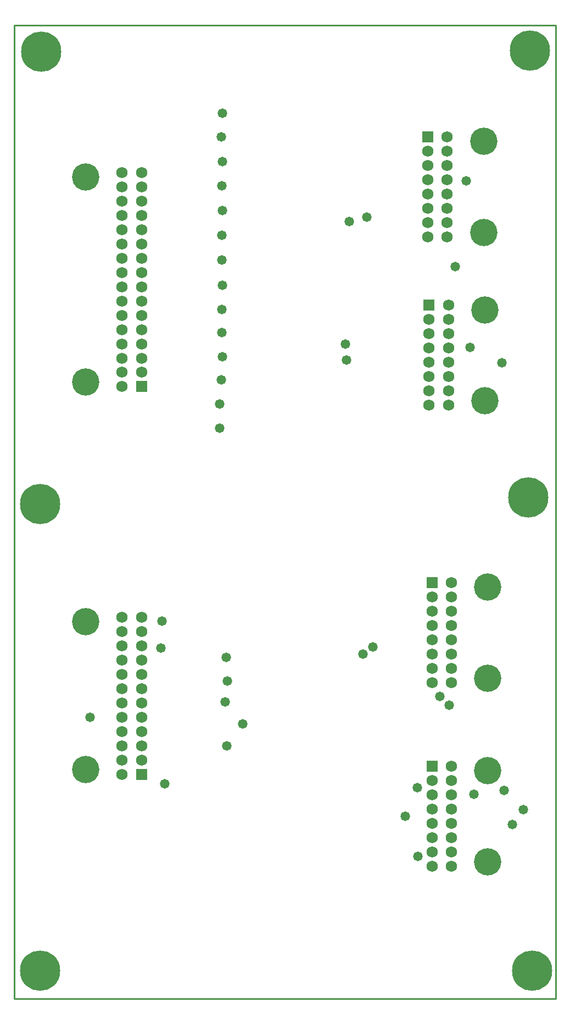
<source format=gbs>
G04 Layer_Color=16711935*
%FSLAX25Y25*%
%MOIN*%
G70*
G01*
G75*
%ADD12C,0.01000*%
%ADD20C,0.16548*%
%ADD21C,0.06800*%
%ADD22R,0.06800X0.06800*%
%ADD23C,0.24422*%
%ADD24C,0.05800*%
D12*
X525400Y787000D02*
X525500Y786900D01*
X196800Y787000D02*
X525400D01*
X525500Y196600D02*
Y786900D01*
X196800Y196500D02*
X525400D01*
X525500Y196600D01*
X196800Y196500D02*
Y787000D01*
D20*
X240158Y694882D02*
D03*
Y570472D02*
D03*
Y425197D02*
D03*
Y335433D02*
D03*
X484085Y446100D02*
D03*
Y390982D02*
D03*
Y334800D02*
D03*
Y279682D02*
D03*
X482385Y614300D02*
D03*
Y559182D02*
D03*
X481585Y716400D02*
D03*
Y661282D02*
D03*
D21*
X262205Y567717D02*
D03*
Y576378D02*
D03*
Y585039D02*
D03*
Y593701D02*
D03*
Y602362D02*
D03*
Y611024D02*
D03*
Y619685D02*
D03*
Y628346D02*
D03*
Y637008D02*
D03*
Y645669D02*
D03*
Y654331D02*
D03*
Y662992D02*
D03*
Y671654D02*
D03*
Y680315D02*
D03*
Y688976D02*
D03*
Y697638D02*
D03*
X274016D02*
D03*
Y688976D02*
D03*
Y680315D02*
D03*
Y671654D02*
D03*
Y662992D02*
D03*
Y654331D02*
D03*
Y645669D02*
D03*
Y637008D02*
D03*
Y628346D02*
D03*
Y619685D02*
D03*
Y611024D02*
D03*
Y602362D02*
D03*
Y593701D02*
D03*
Y585039D02*
D03*
Y576378D02*
D03*
Y341339D02*
D03*
Y350000D02*
D03*
Y358661D02*
D03*
Y367323D02*
D03*
Y375984D02*
D03*
Y384646D02*
D03*
Y393307D02*
D03*
Y401968D02*
D03*
Y410630D02*
D03*
Y419291D02*
D03*
Y427953D02*
D03*
X262205D02*
D03*
Y419291D02*
D03*
Y410630D02*
D03*
Y401968D02*
D03*
Y393307D02*
D03*
Y384646D02*
D03*
Y375984D02*
D03*
Y367323D02*
D03*
Y358661D02*
D03*
Y350000D02*
D03*
Y341339D02*
D03*
Y332677D02*
D03*
X450227Y440195D02*
D03*
Y431533D02*
D03*
Y422872D02*
D03*
Y414210D02*
D03*
Y405549D02*
D03*
Y396887D02*
D03*
Y388226D02*
D03*
X462038D02*
D03*
Y396887D02*
D03*
Y405549D02*
D03*
Y414210D02*
D03*
Y422872D02*
D03*
Y431533D02*
D03*
Y440195D02*
D03*
Y448856D02*
D03*
X450227Y328894D02*
D03*
Y320233D02*
D03*
Y311572D02*
D03*
Y302910D02*
D03*
Y294249D02*
D03*
Y285587D02*
D03*
Y276926D02*
D03*
X462038D02*
D03*
Y285587D02*
D03*
Y294249D02*
D03*
Y302910D02*
D03*
Y311572D02*
D03*
Y320233D02*
D03*
Y328894D02*
D03*
Y337556D02*
D03*
X448527Y608394D02*
D03*
Y599733D02*
D03*
Y591072D02*
D03*
Y582410D02*
D03*
Y573749D02*
D03*
Y565087D02*
D03*
Y556426D02*
D03*
X460338D02*
D03*
Y565087D02*
D03*
Y573749D02*
D03*
Y582410D02*
D03*
Y591072D02*
D03*
Y599733D02*
D03*
Y608394D02*
D03*
Y617056D02*
D03*
X447727Y710495D02*
D03*
Y701833D02*
D03*
Y693172D02*
D03*
Y684510D02*
D03*
Y675849D02*
D03*
Y667187D02*
D03*
Y658526D02*
D03*
X459538D02*
D03*
Y667187D02*
D03*
Y675849D02*
D03*
Y684510D02*
D03*
Y693172D02*
D03*
Y701833D02*
D03*
Y710495D02*
D03*
Y719156D02*
D03*
D22*
X274016Y567717D02*
D03*
Y332677D02*
D03*
X450227Y448856D02*
D03*
Y337556D02*
D03*
X448527Y617056D02*
D03*
X447727Y719156D02*
D03*
D23*
X213200Y770900D02*
D03*
X509800Y771600D02*
D03*
X508800Y500400D02*
D03*
X212400Y496400D02*
D03*
X511100Y213500D02*
D03*
X212400D02*
D03*
D24*
X322900Y733400D02*
D03*
X323200Y704200D02*
D03*
X322600Y689700D02*
D03*
X323000Y674700D02*
D03*
X322800Y659400D02*
D03*
Y644400D02*
D03*
X321500Y542500D02*
D03*
X322400Y571800D02*
D03*
X322900Y586000D02*
D03*
X322600Y600400D02*
D03*
X322800Y614600D02*
D03*
X323000Y629100D02*
D03*
X286400Y425500D02*
D03*
X285800Y409200D02*
D03*
X325500Y403600D02*
D03*
X325900Y389300D02*
D03*
X324700Y376600D02*
D03*
X288000Y326900D02*
D03*
X410885Y670400D02*
D03*
X399985Y667900D02*
D03*
X471085Y692600D02*
D03*
X464485Y640700D02*
D03*
X397685Y593500D02*
D03*
X398285Y584000D02*
D03*
X473385Y591700D02*
D03*
X492885Y582300D02*
D03*
X414385Y410000D02*
D03*
X408385Y405700D02*
D03*
X454985Y380000D02*
D03*
X460885Y374400D02*
D03*
X475885Y320400D02*
D03*
X493985Y322800D02*
D03*
X499185Y302200D02*
D03*
X505785Y311200D02*
D03*
X441500Y324600D02*
D03*
X433900Y307300D02*
D03*
X441600Y283000D02*
D03*
X242700Y367300D02*
D03*
X335500Y363100D02*
D03*
X321500Y557300D02*
D03*
X322500Y719200D02*
D03*
X325600Y349900D02*
D03*
M02*

</source>
